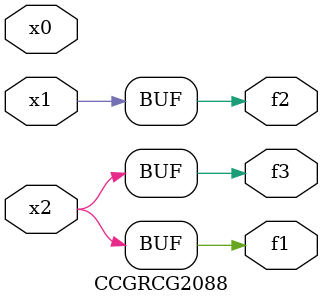
<source format=v>
module CCGRCG2088(
	input x0, x1, x2,
	output f1, f2, f3
);
	assign f1 = x2;
	assign f2 = x1;
	assign f3 = x2;
endmodule

</source>
